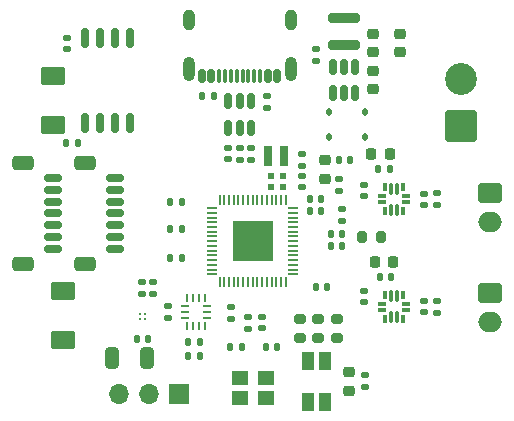
<source format=gbr>
%TF.GenerationSoftware,KiCad,Pcbnew,9.0.4*%
%TF.CreationDate,2025-09-14T23:12:39-04:00*%
%TF.ProjectId,rotour_v2,726f746f-7572-45f7-9632-2e6b69636164,20250913A*%
%TF.SameCoordinates,Original*%
%TF.FileFunction,Soldermask,Top*%
%TF.FilePolarity,Negative*%
%FSLAX46Y46*%
G04 Gerber Fmt 4.6, Leading zero omitted, Abs format (unit mm)*
G04 Created by KiCad (PCBNEW 9.0.4) date 2025-09-14 23:12:39*
%MOMM*%
%LPD*%
G01*
G04 APERTURE LIST*
G04 Aperture macros list*
%AMRoundRect*
0 Rectangle with rounded corners*
0 $1 Rounding radius*
0 $2 $3 $4 $5 $6 $7 $8 $9 X,Y pos of 4 corners*
0 Add a 4 corners polygon primitive as box body*
4,1,4,$2,$3,$4,$5,$6,$7,$8,$9,$2,$3,0*
0 Add four circle primitives for the rounded corners*
1,1,$1+$1,$2,$3*
1,1,$1+$1,$4,$5*
1,1,$1+$1,$6,$7*
1,1,$1+$1,$8,$9*
0 Add four rect primitives between the rounded corners*
20,1,$1+$1,$2,$3,$4,$5,0*
20,1,$1+$1,$4,$5,$6,$7,0*
20,1,$1+$1,$6,$7,$8,$9,0*
20,1,$1+$1,$8,$9,$2,$3,0*%
G04 Aperture macros list end*
%ADD10RoundRect,0.140000X-0.170000X0.140000X-0.170000X-0.140000X0.170000X-0.140000X0.170000X0.140000X0*%
%ADD11RoundRect,0.050000X-0.350000X-0.050000X0.350000X-0.050000X0.350000X0.050000X-0.350000X0.050000X0*%
%ADD12RoundRect,0.050000X-0.050000X-0.350000X0.050000X-0.350000X0.050000X0.350000X-0.050000X0.350000X0*%
%ADD13R,3.400000X3.400000*%
%ADD14RoundRect,0.140000X0.170000X-0.140000X0.170000X0.140000X-0.170000X0.140000X-0.170000X-0.140000X0*%
%ADD15RoundRect,0.135000X-0.185000X0.135000X-0.185000X-0.135000X0.185000X-0.135000X0.185000X0.135000X0*%
%ADD16RoundRect,0.140000X-0.140000X-0.170000X0.140000X-0.170000X0.140000X0.170000X-0.140000X0.170000X0*%
%ADD17R,0.470000X0.530000*%
%ADD18RoundRect,0.135000X0.185000X-0.135000X0.185000X0.135000X-0.185000X0.135000X-0.185000X-0.135000X0*%
%ADD19RoundRect,0.218750X-0.256250X0.218750X-0.256250X-0.218750X0.256250X-0.218750X0.256250X0.218750X0*%
%ADD20RoundRect,0.140000X0.140000X0.170000X-0.140000X0.170000X-0.140000X-0.170000X0.140000X-0.170000X0*%
%ADD21RoundRect,0.200000X0.200000X0.275000X-0.200000X0.275000X-0.200000X-0.275000X0.200000X-0.275000X0*%
%ADD22RoundRect,0.150000X0.150000X-0.512500X0.150000X0.512500X-0.150000X0.512500X-0.150000X-0.512500X0*%
%ADD23RoundRect,0.200000X1.150000X-0.200000X1.150000X0.200000X-1.150000X0.200000X-1.150000X-0.200000X0*%
%ADD24RoundRect,0.112500X-0.112500X0.187500X-0.112500X-0.187500X0.112500X-0.187500X0.112500X0.187500X0*%
%ADD25R,0.700000X1.700000*%
%ADD26RoundRect,0.200000X0.275000X-0.200000X0.275000X0.200000X-0.275000X0.200000X-0.275000X-0.200000X0*%
%ADD27RoundRect,0.225000X-0.250000X0.225000X-0.250000X-0.225000X0.250000X-0.225000X0.250000X0.225000X0*%
%ADD28C,0.240000*%
%ADD29RoundRect,0.135000X0.135000X0.185000X-0.135000X0.185000X-0.135000X-0.185000X0.135000X-0.185000X0*%
%ADD30RoundRect,0.037500X0.087500X-0.312500X0.087500X0.312500X-0.087500X0.312500X-0.087500X-0.312500X0*%
%ADD31RoundRect,0.037500X0.087500X-0.437500X0.087500X0.437500X-0.087500X0.437500X-0.087500X-0.437500X0*%
%ADD32RoundRect,0.037500X0.312500X-0.087500X0.312500X0.087500X-0.312500X0.087500X-0.312500X-0.087500X0*%
%ADD33RoundRect,0.037500X-0.312500X0.087500X-0.312500X-0.087500X0.312500X-0.087500X0.312500X0.087500X0*%
%ADD34RoundRect,0.150000X0.625000X-0.150000X0.625000X0.150000X-0.625000X0.150000X-0.625000X-0.150000X0*%
%ADD35RoundRect,0.250000X0.650000X-0.350000X0.650000X0.350000X-0.650000X0.350000X-0.650000X-0.350000X0*%
%ADD36RoundRect,0.250001X1.099999X-1.099999X1.099999X1.099999X-1.099999X1.099999X-1.099999X-1.099999X0*%
%ADD37C,2.700000*%
%ADD38RoundRect,0.250000X0.325000X0.650000X-0.325000X0.650000X-0.325000X-0.650000X0.325000X-0.650000X0*%
%ADD39RoundRect,0.150000X0.150000X0.425000X-0.150000X0.425000X-0.150000X-0.425000X0.150000X-0.425000X0*%
%ADD40RoundRect,0.075000X0.075000X0.500000X-0.075000X0.500000X-0.075000X-0.500000X0.075000X-0.500000X0*%
%ADD41O,1.000000X2.100000*%
%ADD42O,1.000000X1.800000*%
%ADD43RoundRect,0.162500X0.162500X-0.650000X0.162500X0.650000X-0.162500X0.650000X-0.162500X-0.650000X0*%
%ADD44RoundRect,0.135000X-0.135000X-0.185000X0.135000X-0.185000X0.135000X0.185000X-0.135000X0.185000X0*%
%ADD45R,1.000000X1.500000*%
%ADD46RoundRect,0.250000X-0.750000X0.600000X-0.750000X-0.600000X0.750000X-0.600000X0.750000X0.600000X0*%
%ADD47O,2.000000X1.700000*%
%ADD48RoundRect,0.150000X-0.150000X0.512500X-0.150000X-0.512500X0.150000X-0.512500X0.150000X0.512500X0*%
%ADD49RoundRect,0.218750X0.256250X-0.218750X0.256250X0.218750X-0.256250X0.218750X-0.256250X-0.218750X0*%
%ADD50RoundRect,0.102000X-0.900000X0.675000X-0.900000X-0.675000X0.900000X-0.675000X0.900000X0.675000X0*%
%ADD51RoundRect,0.225000X0.225000X0.250000X-0.225000X0.250000X-0.225000X-0.250000X0.225000X-0.250000X0*%
%ADD52R,1.700000X1.700000*%
%ADD53O,1.700000X1.700000*%
%ADD54RoundRect,0.225000X0.250000X-0.225000X0.250000X0.225000X-0.250000X0.225000X-0.250000X-0.225000X0*%
%ADD55RoundRect,0.062500X-0.062500X0.237500X-0.062500X-0.237500X0.062500X-0.237500X0.062500X0.237500X0*%
%ADD56RoundRect,0.062500X-0.237500X0.062500X-0.237500X-0.062500X0.237500X-0.062500X0.237500X0.062500X0*%
%ADD57R,1.400000X1.200000*%
G04 APERTURE END LIST*
D10*
%TO.C,C25*%
X196525000Y-121070000D03*
X196525000Y-122030000D03*
%TD*%
%TO.C,C5*%
X182800000Y-122400000D03*
X182800000Y-123360000D03*
%TD*%
%TO.C,C3*%
X166300000Y-98800000D03*
X166300000Y-99760000D03*
%TD*%
D11*
%TO.C,U3*%
X178550000Y-113200000D03*
X178550000Y-113600000D03*
X178550000Y-114000000D03*
X178550000Y-114400000D03*
X178550000Y-114800000D03*
X178550000Y-115200000D03*
X178550000Y-115600000D03*
X178550000Y-116000000D03*
X178550000Y-116400000D03*
X178550000Y-116800000D03*
X178550000Y-117200000D03*
X178550000Y-117600000D03*
X178550000Y-118000000D03*
X178550000Y-118400000D03*
X178550000Y-118800000D03*
D12*
X179200000Y-119450000D03*
X179600000Y-119450000D03*
X180000000Y-119450000D03*
X180400000Y-119450000D03*
X180800000Y-119450000D03*
X181200000Y-119450000D03*
X181600000Y-119450000D03*
X182000000Y-119450000D03*
X182400000Y-119450000D03*
X182800000Y-119450000D03*
X183200000Y-119450000D03*
X183600000Y-119450000D03*
X184000000Y-119450000D03*
X184400000Y-119450000D03*
X184800000Y-119450000D03*
D11*
X185450000Y-118800000D03*
X185450000Y-118400000D03*
X185450000Y-118000000D03*
X185450000Y-117600000D03*
X185450000Y-117200000D03*
X185450000Y-116800000D03*
X185450000Y-116400000D03*
X185450000Y-116000000D03*
X185450000Y-115600000D03*
X185450000Y-115200000D03*
X185450000Y-114800000D03*
X185450000Y-114400000D03*
X185450000Y-114000000D03*
X185450000Y-113600000D03*
X185450000Y-113200000D03*
D12*
X184800000Y-112550000D03*
X184400000Y-112550000D03*
X184000000Y-112550000D03*
X183600000Y-112550000D03*
X183200000Y-112550000D03*
X182800000Y-112550000D03*
X182400000Y-112550000D03*
X182000000Y-112550000D03*
X181600000Y-112550000D03*
X181200000Y-112550000D03*
X180800000Y-112550000D03*
X180400000Y-112550000D03*
X180000000Y-112550000D03*
X179600000Y-112550000D03*
X179200000Y-112550000D03*
D13*
X182000000Y-116000000D03*
%TD*%
D14*
%TO.C,C11*%
X191440000Y-112200000D03*
X191440000Y-111240000D03*
%TD*%
D15*
%TO.C,R7*%
X173600000Y-119490000D03*
X173600000Y-120510000D03*
%TD*%
D16*
%TO.C,C19*%
X180120000Y-125000000D03*
X181080000Y-125000000D03*
%TD*%
%TO.C,C15*%
X186820000Y-112400000D03*
X187780000Y-112400000D03*
%TD*%
D17*
%TO.C,C1*%
X183535000Y-111400000D03*
X184565000Y-111400000D03*
%TD*%
D18*
%TO.C,R1*%
X197585000Y-112960000D03*
X197585000Y-111940000D03*
%TD*%
D19*
%TO.C,D1*%
X190200000Y-127087500D03*
X190200000Y-128662500D03*
%TD*%
D15*
%TO.C,R2*%
X186200000Y-108590000D03*
X186200000Y-109610000D03*
%TD*%
D20*
%TO.C,C4*%
X176000000Y-115000000D03*
X175040000Y-115000000D03*
%TD*%
D21*
%TO.C,R8*%
X192875000Y-115650000D03*
X191225000Y-115650000D03*
%TD*%
D22*
%TO.C,U7*%
X188800000Y-103487500D03*
X189750000Y-103487500D03*
X190700000Y-103487500D03*
X190700000Y-101212500D03*
X189750000Y-101212500D03*
X188800000Y-101212500D03*
%TD*%
D23*
%TO.C,L2*%
X189700000Y-99400000D03*
X189700000Y-97100000D03*
%TD*%
D20*
%TO.C,C10*%
X193600000Y-109925000D03*
X192640000Y-109925000D03*
%TD*%
D17*
%TO.C,C2*%
X183535000Y-110450000D03*
X184565000Y-110450000D03*
%TD*%
D16*
%TO.C,C8*%
X188600000Y-115400000D03*
X189560000Y-115400000D03*
%TD*%
D10*
%TO.C,C9*%
X196510000Y-111970000D03*
X196510000Y-112930000D03*
%TD*%
D24*
%TO.C,D4*%
X191500000Y-105100000D03*
X191500000Y-107200000D03*
%TD*%
D25*
%TO.C,L1*%
X183300000Y-108775000D03*
X184700000Y-108775000D03*
%TD*%
D16*
%TO.C,C17*%
X188600000Y-116400000D03*
X189560000Y-116400000D03*
%TD*%
D26*
%TO.C,R14*%
X187550000Y-124225000D03*
X187550000Y-122575000D03*
%TD*%
D27*
%TO.C,C35*%
X194500000Y-98425000D03*
X194500000Y-99975000D03*
%TD*%
D28*
%TO.C,U8*%
X172500000Y-122550000D03*
X172500000Y-122150000D03*
X172900000Y-122550000D03*
X172900000Y-122150000D03*
%TD*%
D26*
%TO.C,R13*%
X189125000Y-124225000D03*
X189125000Y-122575000D03*
%TD*%
D20*
%TO.C,C26*%
X193715000Y-119000000D03*
X192755000Y-119000000D03*
%TD*%
D29*
%TO.C,R17*%
X178710000Y-103750000D03*
X177690000Y-103750000D03*
%TD*%
D30*
%TO.C,U4*%
X193225000Y-122550000D03*
D31*
X193725000Y-122425000D03*
X194225000Y-122425000D03*
D30*
X194725000Y-122550000D03*
D32*
X194975000Y-121800000D03*
X194975000Y-121300000D03*
D30*
X194725000Y-120550000D03*
D31*
X194225000Y-120675000D03*
X193725000Y-120675000D03*
D30*
X193225000Y-120550000D03*
D33*
X192975000Y-121300000D03*
X192975000Y-121800000D03*
%TD*%
D10*
%TO.C,C16*%
X189320000Y-110750000D03*
X189320000Y-111710000D03*
%TD*%
D16*
%TO.C,C21*%
X189320000Y-109150000D03*
X190280000Y-109150000D03*
%TD*%
D34*
%TO.C,J1*%
X165075000Y-116650000D03*
X165075000Y-115650000D03*
X165075000Y-114650000D03*
X165075000Y-113650000D03*
X165075000Y-112650000D03*
X165075000Y-111650000D03*
X165075000Y-110650000D03*
D35*
X162550000Y-117950000D03*
X162550000Y-109350000D03*
%TD*%
D36*
%TO.C,J5*%
X199650000Y-106257500D03*
D37*
X199650000Y-102297500D03*
%TD*%
D16*
%TO.C,C31*%
X176550000Y-124500000D03*
X177510000Y-124500000D03*
%TD*%
D38*
%TO.C,C12*%
X173075000Y-125925000D03*
X170125000Y-125925000D03*
%TD*%
D10*
%TO.C,C34*%
X187400000Y-99770000D03*
X187400000Y-100730000D03*
%TD*%
D18*
%TO.C,R4*%
X197600000Y-122060000D03*
X197600000Y-121040000D03*
%TD*%
D39*
%TO.C,J7*%
X184100000Y-102030000D03*
X183300000Y-102030000D03*
D40*
X182150000Y-102030000D03*
X181150000Y-102030000D03*
X180650000Y-102030000D03*
X179650000Y-102030000D03*
D39*
X178500000Y-102030000D03*
X177700000Y-102030000D03*
X177700000Y-102030000D03*
X178500000Y-102030000D03*
D40*
X179150000Y-102030000D03*
X180150000Y-102030000D03*
X181650000Y-102030000D03*
X182650000Y-102030000D03*
D39*
X183300000Y-102030000D03*
X184100000Y-102030000D03*
D41*
X185220000Y-101455000D03*
D42*
X185220000Y-97275000D03*
D41*
X176580000Y-101455000D03*
D42*
X176580000Y-97275000D03*
%TD*%
D43*
%TO.C,U1*%
X167845000Y-105987500D03*
X169115000Y-105987500D03*
X170385000Y-105987500D03*
X171655000Y-105987500D03*
X171655000Y-98812500D03*
X170385000Y-98812500D03*
X169115000Y-98812500D03*
X167845000Y-98812500D03*
%TD*%
D18*
%TO.C,R9*%
X189550000Y-114310000D03*
X189550000Y-113290000D03*
%TD*%
D44*
%TO.C,R3*%
X166215000Y-107650000D03*
X167235000Y-107650000D03*
%TD*%
D15*
%TO.C,R16*%
X183250000Y-103690000D03*
X183250000Y-104710000D03*
%TD*%
D20*
%TO.C,C18*%
X176000000Y-117400000D03*
X175040000Y-117400000D03*
%TD*%
D30*
%TO.C,U2*%
X193225000Y-113450000D03*
D31*
X193725000Y-113325000D03*
X194225000Y-113325000D03*
D30*
X194725000Y-113450000D03*
D32*
X194975000Y-112700000D03*
X194975000Y-112200000D03*
D30*
X194725000Y-111450000D03*
D31*
X194225000Y-111575000D03*
X193725000Y-111575000D03*
D30*
X193225000Y-111450000D03*
D33*
X192975000Y-112200000D03*
X192975000Y-112700000D03*
%TD*%
D45*
%TO.C,D2*%
X188125000Y-126125000D03*
X186725000Y-126125000D03*
X186725000Y-129625000D03*
X188125000Y-129625000D03*
%TD*%
D26*
%TO.C,R15*%
X186045000Y-124220000D03*
X186045000Y-122570000D03*
%TD*%
D46*
%TO.C,J2*%
X202105000Y-111890000D03*
D47*
X202105000Y-114390000D03*
%TD*%
D48*
%TO.C,U6*%
X181850000Y-104162500D03*
X180900000Y-104162500D03*
X179950000Y-104162500D03*
X179950000Y-106437500D03*
X180900000Y-106437500D03*
X181850000Y-106437500D03*
%TD*%
D27*
%TO.C,C36*%
X192200000Y-98425000D03*
X192200000Y-99975000D03*
%TD*%
D18*
%TO.C,R6*%
X181900000Y-109110000D03*
X181900000Y-108090000D03*
%TD*%
D49*
%TO.C,FB1*%
X188100000Y-110737500D03*
X188100000Y-109162500D03*
%TD*%
D50*
%TO.C,SW1*%
X165075000Y-101975000D03*
X165075000Y-106125000D03*
%TD*%
D20*
%TO.C,C24*%
X175980000Y-112725000D03*
X175020000Y-112725000D03*
%TD*%
D24*
%TO.C,D3*%
X188500000Y-105100000D03*
X188500000Y-107200000D03*
%TD*%
D10*
%TO.C,C6*%
X186200000Y-110470000D03*
X186200000Y-111430000D03*
%TD*%
D18*
%TO.C,R5*%
X180900000Y-109110000D03*
X180900000Y-108090000D03*
%TD*%
D10*
%TO.C,C29*%
X174800000Y-121520000D03*
X174800000Y-122480000D03*
%TD*%
D51*
%TO.C,C7*%
X193600000Y-108625000D03*
X192050000Y-108625000D03*
%TD*%
%TO.C,C23*%
X193900000Y-117775000D03*
X192350000Y-117775000D03*
%TD*%
D46*
%TO.C,J6*%
X202115000Y-120370000D03*
D47*
X202115000Y-122870000D03*
%TD*%
D52*
%TO.C,J4*%
X175805000Y-128900000D03*
D53*
X173265000Y-128900000D03*
X170725000Y-128900000D03*
%TD*%
D14*
%TO.C,C28*%
X191460000Y-121150000D03*
X191460000Y-120190000D03*
%TD*%
D15*
%TO.C,R12*%
X191500000Y-127365000D03*
X191500000Y-128385000D03*
%TD*%
D54*
%TO.C,C30*%
X192200000Y-103125000D03*
X192200000Y-101575000D03*
%TD*%
D10*
%TO.C,C27*%
X180200000Y-121600000D03*
X180200000Y-122560000D03*
%TD*%
D55*
%TO.C,U5*%
X177940000Y-120800000D03*
X177440000Y-120800000D03*
X176940000Y-120800000D03*
X176440000Y-120800000D03*
D56*
X176250000Y-121500000D03*
X176250000Y-122000000D03*
X176250000Y-122500000D03*
D55*
X176437500Y-123200000D03*
X176937500Y-123200000D03*
X177437500Y-123200000D03*
X177937500Y-123200000D03*
D56*
X178150000Y-122500000D03*
X178150000Y-122000000D03*
X178150000Y-121500000D03*
%TD*%
D57*
%TO.C,Y1*%
X180900000Y-129250000D03*
X183100000Y-129250000D03*
X183100000Y-127550000D03*
X180900000Y-127550000D03*
%TD*%
D15*
%TO.C,R10*%
X172600000Y-119490000D03*
X172600000Y-120510000D03*
%TD*%
D18*
%TO.C,R11*%
X181600000Y-123410000D03*
X181600000Y-122390000D03*
%TD*%
D20*
%TO.C,C20*%
X184060000Y-125000000D03*
X183100000Y-125000000D03*
%TD*%
D14*
%TO.C,C13*%
X179900000Y-109080000D03*
X179900000Y-108120000D03*
%TD*%
D50*
%TO.C,SW2*%
X165950000Y-120250000D03*
X165950000Y-124400000D03*
%TD*%
D34*
%TO.C,J3*%
X170375000Y-116650000D03*
X170375000Y-115650000D03*
X170375000Y-114650000D03*
X170375000Y-113650000D03*
X170375000Y-112650000D03*
X170375000Y-111650000D03*
X170375000Y-110650000D03*
D35*
X167850000Y-117950000D03*
X167850000Y-109350000D03*
%TD*%
D16*
%TO.C,C32*%
X176550000Y-125700000D03*
X177510000Y-125700000D03*
%TD*%
%TO.C,C14*%
X186820000Y-113450000D03*
X187780000Y-113450000D03*
%TD*%
D20*
%TO.C,C33*%
X173180000Y-124250000D03*
X172220000Y-124250000D03*
%TD*%
D16*
%TO.C,C22*%
X187370000Y-119850000D03*
X188330000Y-119850000D03*
%TD*%
M02*

</source>
